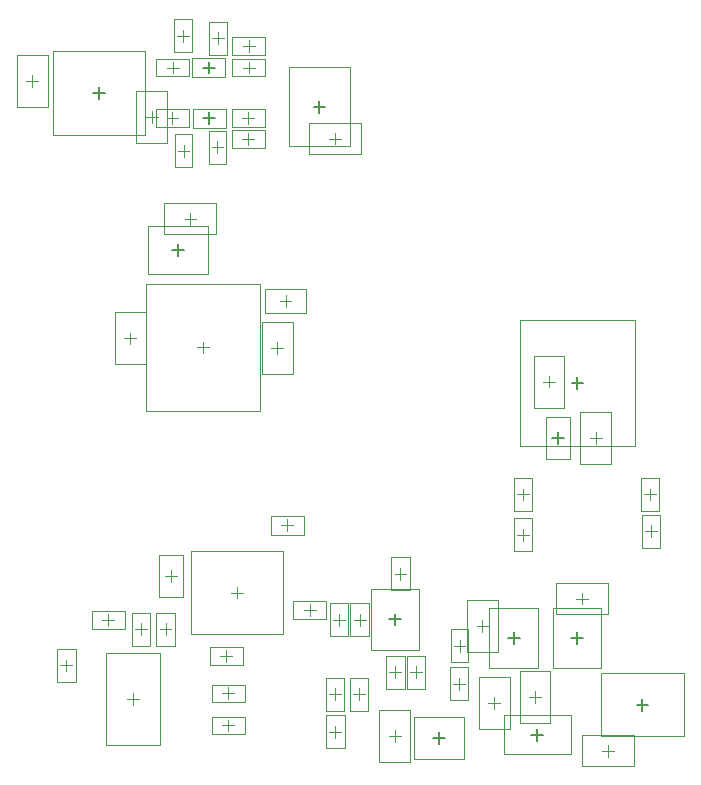
<source format=gbr>
%TF.GenerationSoftware,Altium Limited,Altium Designer,18.0.9 (584)*%
G04 Layer_Color=32768*
%FSLAX26Y26*%
%MOIN*%
%TF.FileFunction,Other,Mechanical_15*%
%TF.Part,Single*%
G01*
G75*
%TA.AperFunction,NonConductor*%
%ADD53C,0.005000*%
%ADD80C,0.003937*%
%ADD84C,0.001968*%
D53*
X1880316Y1875000D02*
X1919686D01*
X1900000Y1855314D02*
Y1894684D01*
X1482024Y875394D02*
X1521394D01*
X1501708Y855708D02*
Y895078D01*
X735110Y3090425D02*
Y3129795D01*
X715424Y3110111D02*
X754794D01*
X736110Y2921425D02*
Y2960795D01*
X716424Y2941111D02*
X755794D01*
X1355386Y1250882D02*
Y1290252D01*
X1335700Y1270568D02*
X1375070D01*
X1964134Y2039882D02*
Y2079252D01*
X1944448Y2059568D02*
X1983818D01*
X349448Y3024568D02*
X388818D01*
X369134Y3004882D02*
Y3044252D01*
X1104134Y2959882D02*
Y2999252D01*
X1084448Y2979568D02*
X1123818D01*
X1961788Y1188318D02*
Y1227688D01*
X1942102Y1208002D02*
X1981472D01*
X1751618Y1189882D02*
Y1229252D01*
X1731932Y1209568D02*
X1771302D01*
X2161158Y986614D02*
X2200528D01*
X2180842Y966930D02*
Y1006300D01*
X1810882Y886142D02*
X1850252D01*
X1830566Y866456D02*
Y905826D01*
X612426Y2502110D02*
X651796D01*
X632110Y2482426D02*
Y2521796D01*
D80*
X1647386Y1228882D02*
Y1268252D01*
X1627701Y1248567D02*
X1667071D01*
X2045425Y833110D02*
X2084795D01*
X2065110Y813425D02*
Y852795D01*
X1822110Y993425D02*
Y1032795D01*
X1802425Y1013110D02*
X1841795D01*
X1960677Y1340110D02*
X2000047D01*
X1980362Y1320425D02*
Y1359795D01*
X1687110Y973425D02*
Y1012795D01*
X1667425Y993110D02*
X1706795D01*
X1355110Y863425D02*
Y902795D01*
X1335425Y883110D02*
X1374795D01*
X473110Y2187425D02*
Y2226795D01*
X453425Y2207110D02*
X492795D01*
X963110Y2155425D02*
Y2194795D01*
X943425Y2175110D02*
X982795D01*
X654425Y2606110D02*
X693795D01*
X674110Y2586425D02*
Y2625795D01*
X147110Y3046220D02*
Y3085590D01*
X127425Y3065905D02*
X166795D01*
X545110Y2926425D02*
Y2965795D01*
X525425Y2946110D02*
X564795D01*
X2025000Y1855315D02*
Y1894685D01*
X2005315Y1875000D02*
X2044685D01*
X1869134Y2043882D02*
Y2083252D01*
X1849449Y2063567D02*
X1888819D01*
X1136449Y2873567D02*
X1175819D01*
X1156134Y2853882D02*
Y2893252D01*
X1571110Y1163425D02*
Y1202795D01*
X1551425Y1183110D02*
X1590795D01*
X1783110Y1533425D02*
Y1572795D01*
X1763425Y1553110D02*
X1802795D01*
X2208110Y1545425D02*
Y1584795D01*
X2188425Y1565110D02*
X2227795D01*
X2205110Y1667425D02*
Y1706795D01*
X2185425Y1687110D02*
X2224795D01*
X1783110Y1667425D02*
Y1706795D01*
X1763425Y1687110D02*
X1802795D01*
X1570362Y1035960D02*
Y1075330D01*
X1550677Y1055645D02*
X1590047D01*
X240425Y1117110D02*
X279795D01*
X260110Y1097425D02*
Y1136795D01*
X810426Y1360110D02*
X849796D01*
X830110Y1340426D02*
Y1379796D01*
X610110Y1395426D02*
Y1434796D01*
X590424Y1415110D02*
X629794D01*
X628425Y3216110D02*
X667795D01*
X648110Y3196425D02*
Y3235795D01*
X869110Y3090425D02*
Y3129795D01*
X849425Y3110110D02*
X888795D01*
X868110Y3161425D02*
Y3200795D01*
X848425Y3181110D02*
X887795D01*
X631425Y2832110D02*
X670795D01*
X651110Y2812425D02*
Y2851795D01*
X866110Y2851425D02*
Y2890795D01*
X846425Y2871110D02*
X885795D01*
X614110Y2921410D02*
Y2960780D01*
X594425Y2941095D02*
X633795D01*
X866110Y2921409D02*
Y2960780D01*
X846425Y2941095D02*
X885795D01*
X744425Y2844110D02*
X783795D01*
X764110Y2824425D02*
Y2863795D01*
X746425Y3208110D02*
X785795D01*
X766110Y3188425D02*
Y3227795D01*
X615110Y3090425D02*
Y3129795D01*
X595425Y3110110D02*
X634795D01*
X1148425Y1269110D02*
X1187795D01*
X1168110Y1249425D02*
Y1288795D01*
X1135425Y1021110D02*
X1174795D01*
X1155110Y1001425D02*
Y1040795D01*
X1072110Y1281425D02*
Y1320795D01*
X1052425Y1301110D02*
X1091795D01*
X1217425Y1021110D02*
X1256795D01*
X1237110Y1001425D02*
Y1040795D01*
X793110Y1128425D02*
Y1167795D01*
X773425Y1148110D02*
X812795D01*
X800110Y897425D02*
Y936795D01*
X780425Y917110D02*
X819795D01*
X1405425Y1095110D02*
X1444795D01*
X1425110Y1075425D02*
Y1114795D01*
X716110Y2157425D02*
Y2196795D01*
X696425Y2177110D02*
X735795D01*
X1218425Y1269110D02*
X1257795D01*
X1238110Y1249425D02*
Y1288795D01*
X997110Y1565425D02*
Y1604795D01*
X977425Y1585110D02*
X1016795D01*
X1336425Y1095110D02*
X1375795D01*
X1356110Y1075425D02*
Y1114795D01*
X1136425Y896110D02*
X1175795D01*
X1156110Y876425D02*
Y915795D01*
X1354425Y1423110D02*
X1393795D01*
X1374110Y1403425D02*
Y1442795D01*
X991110Y2311425D02*
Y2350795D01*
X971425Y2331110D02*
X1010795D01*
X800110Y1004425D02*
Y1043795D01*
X780425Y1024110D02*
X819795D01*
X483701Y985425D02*
Y1024795D01*
X464016Y1005110D02*
X503386D01*
X400110Y1249425D02*
Y1288795D01*
X380425Y1269110D02*
X419795D01*
X488425Y1238110D02*
X527795D01*
X508110Y1218425D02*
Y1257795D01*
X571425Y1238110D02*
X610795D01*
X591110Y1218425D02*
Y1257795D01*
D84*
X1596205Y1161953D02*
X1698567D01*
X1596205Y1335181D02*
X1698567D01*
X1596205Y1161953D02*
Y1335181D01*
X1698567Y1161953D02*
Y1335181D01*
X2151724Y781929D02*
Y884291D01*
X1978496Y781929D02*
Y884291D01*
Y781929D02*
X2151724D01*
X1978496Y884291D02*
X2151724D01*
X1770929Y1099724D02*
X1873291D01*
X1770929Y926496D02*
X1873291D01*
X1770929D02*
Y1099724D01*
X1873291Y926496D02*
Y1099724D01*
X2066977Y1288929D02*
Y1391291D01*
X1893748Y1288929D02*
Y1391291D01*
Y1288929D02*
X2066977D01*
X1893748Y1391291D02*
X2066977D01*
X1635929Y1079724D02*
X1738291D01*
X1635929Y906496D02*
X1738291D01*
Y1079724D01*
X1635929Y906496D02*
Y1079724D01*
X1303929Y969724D02*
X1406291D01*
X1303929Y796496D02*
X1406291D01*
Y969724D01*
X1303929Y796496D02*
Y969724D01*
X421929Y2120496D02*
X524291D01*
X421929Y2293724D02*
X524291D01*
X421929Y2120496D02*
Y2293724D01*
X524291Y2120496D02*
Y2293724D01*
X911929Y2261724D02*
X1014291D01*
X911929Y2088496D02*
X1014291D01*
Y2261724D01*
X911929Y2088496D02*
Y2261724D01*
X587496Y2554929D02*
Y2657291D01*
X760724Y2554929D02*
Y2657291D01*
X587496D02*
X760724D01*
X587496Y2554929D02*
X760724D01*
X95929Y3152520D02*
X198291D01*
X95929Y2979291D02*
X198291D01*
Y3152520D01*
X95929Y2979291D02*
Y3152520D01*
X493929Y2859496D02*
X596291D01*
X493929Y3032724D02*
X596291D01*
Y2859496D02*
Y3032724D01*
X493929Y2859496D02*
Y3032724D01*
X1973819Y1788386D02*
X2076181D01*
X1973819Y1961614D02*
X2076181D01*
Y1788386D02*
Y1961614D01*
X1973819Y1788386D02*
Y1961614D01*
X1817953Y1976953D02*
X1920315D01*
X1817953Y2150181D02*
X1920315D01*
Y1976953D02*
Y2150181D01*
X1817953Y1976953D02*
Y2150181D01*
X1069520Y2822386D02*
Y2924748D01*
X1242748Y2822386D02*
Y2924748D01*
X1069520Y2822386D02*
X1242748D01*
X1069520Y2924748D02*
X1242748D01*
X1541583Y1238228D02*
X1600638D01*
X1541583Y1127992D02*
X1600638D01*
Y1238228D01*
X1541583Y1127992D02*
Y1238228D01*
X1753583Y1497992D02*
X1812638D01*
X1753583Y1608228D02*
X1812638D01*
X1753583Y1497992D02*
Y1608228D01*
X1812638Y1497992D02*
Y1608228D01*
X2178583Y1509992D02*
X2237638D01*
X2178583Y1620228D02*
X2237638D01*
X2178583Y1509992D02*
Y1620228D01*
X2237638Y1509992D02*
Y1620228D01*
X2175583Y1631992D02*
X2234638D01*
X2175583Y1742228D02*
X2234638D01*
X2175583Y1631992D02*
Y1742228D01*
X2234638Y1631992D02*
Y1742228D01*
X1753583Y1631992D02*
X1812638D01*
X1753583Y1742228D02*
X1812638D01*
X1753583Y1631992D02*
Y1742228D01*
X1812638Y1631992D02*
Y1742228D01*
X1540835Y1110763D02*
X1599890D01*
X1540835Y1000527D02*
X1599890D01*
Y1110763D01*
X1540835Y1000527D02*
Y1110763D01*
X291606Y1061992D02*
Y1172228D01*
X228614Y1061992D02*
Y1172228D01*
Y1061992D02*
X291606D01*
X228614Y1172228D02*
X291606D01*
X676566Y1220346D02*
Y1499874D01*
X983654Y1220346D02*
Y1499874D01*
X676566D02*
X983654D01*
X676566Y1220346D02*
X983654D01*
X570740Y1346212D02*
X649480D01*
X570740Y1484008D02*
X649480D01*
X570740Y1346212D02*
Y1484008D01*
X649480Y1346212D02*
Y1484008D01*
X1939370Y1806102D02*
Y1943898D01*
X1860630Y1806102D02*
Y1943898D01*
Y1806102D02*
X1939370D01*
X1860630Y1943898D02*
X1939370D01*
X1419032Y806496D02*
Y944292D01*
X1584386Y806496D02*
Y944292D01*
X1419032D02*
X1584386D01*
X1419032Y806496D02*
X1584386D01*
X679992Y3141607D02*
X790228D01*
X679992Y3078613D02*
X790228D01*
X679992D02*
Y3141607D01*
X790228Y3078613D02*
Y3141607D01*
X680992Y2972607D02*
X791228D01*
X680992Y2909613D02*
X791228D01*
X680992D02*
Y2972607D01*
X791228Y2909613D02*
Y2972607D01*
X1274678Y1170174D02*
X1436094D01*
X1274678Y1370960D02*
X1436094D01*
X1274678Y1170174D02*
Y1370960D01*
X1436094Y1170174D02*
Y1370960D01*
X1773188Y2270196D02*
X2155078D01*
X1773188Y1848938D02*
X2155078D01*
X1773188D02*
Y2270196D01*
X2155078Y1848938D02*
Y2270196D01*
X215590Y2884804D02*
Y3164330D01*
X522678Y2884804D02*
Y3164330D01*
X215590D02*
X522678D01*
X215590Y2884804D02*
X522678D01*
X1001772Y3111456D02*
X1206496D01*
X1001772Y2847678D02*
X1206496D01*
Y3111456D01*
X1001772Y2847678D02*
Y3111456D01*
X1881078Y1107608D02*
X2042496D01*
X1881078Y1308396D02*
X2042496D01*
X1881078Y1107608D02*
Y1308396D01*
X2042496Y1107608D02*
Y1308396D01*
X1670908Y1109174D02*
X1832326D01*
X1670908Y1309960D02*
X1832326D01*
X1670908Y1109174D02*
Y1309960D01*
X1832326Y1109174D02*
Y1309960D01*
X2041078Y882284D02*
Y1090946D01*
X2320606Y882284D02*
Y1090946D01*
X2041078D02*
X2320606D01*
X2041078Y882284D02*
X2320606D01*
X1942772Y821182D02*
Y951102D01*
X1718362Y821182D02*
Y951102D01*
Y821182D02*
X1942772D01*
X1718362Y951102D02*
X1942772D01*
X531716Y2421402D02*
Y2582818D01*
X732504Y2421402D02*
Y2582818D01*
X531716D02*
X732504D01*
X531716Y2421402D02*
X732504D01*
X618583Y3160992D02*
Y3271228D01*
X677638Y3160992D02*
Y3271228D01*
X618583Y3160992D02*
X677638D01*
X618583Y3271228D02*
X677638D01*
X813992Y3139638D02*
X924228D01*
X813992Y3080583D02*
X924228D01*
X813992D02*
Y3139638D01*
X924228Y3080583D02*
Y3139638D01*
X812992Y3210638D02*
X923228D01*
X812992Y3151583D02*
X923228D01*
X812992D02*
Y3210638D01*
X923228Y3151583D02*
Y3210638D01*
X621583Y2776992D02*
Y2887228D01*
X680638Y2776992D02*
Y2887228D01*
X621583Y2776992D02*
X680638D01*
X621583Y2887228D02*
X680638D01*
X810992Y2900638D02*
X921228D01*
X810992Y2841583D02*
X921228D01*
X810992D02*
Y2900638D01*
X921228Y2841583D02*
Y2900638D01*
X558992Y2911567D02*
X669228D01*
X558992Y2970622D02*
X669228D01*
Y2911567D02*
Y2970622D01*
X558992Y2911567D02*
Y2970622D01*
X810992Y2970622D02*
X921228D01*
X810992Y2911567D02*
X921228D01*
X810992D02*
Y2970622D01*
X921228Y2911567D02*
Y2970622D01*
X793638Y2788992D02*
Y2899228D01*
X734583Y2788992D02*
Y2899228D01*
X793638D01*
X734583Y2788992D02*
X793638D01*
X736583Y3152992D02*
Y3263228D01*
X795638Y3152992D02*
Y3263228D01*
X736583Y3152992D02*
X795638D01*
X736583Y3263228D02*
X795638D01*
X559992Y3139638D02*
X670228D01*
X559992Y3080583D02*
X670228D01*
X559992D02*
Y3139638D01*
X670228Y3080583D02*
Y3139638D01*
X1197638Y1213992D02*
Y1324228D01*
X1138583Y1213992D02*
Y1324228D01*
X1197638D01*
X1138583Y1213992D02*
X1197638D01*
X1184638Y965992D02*
Y1076228D01*
X1125583Y965992D02*
Y1076228D01*
X1184638D01*
X1125583Y965992D02*
X1184638D01*
X1016992Y1330638D02*
X1127228D01*
X1016992Y1271583D02*
X1127228D01*
X1016992D02*
Y1330638D01*
X1127228Y1271583D02*
Y1330638D01*
X1266638Y965992D02*
Y1076228D01*
X1207583Y965992D02*
Y1076228D01*
X1266638D01*
X1207583Y965992D02*
X1266638D01*
X737992Y1118583D02*
X848228D01*
X737992Y1177638D02*
X848228D01*
Y1118583D02*
Y1177638D01*
X737992Y1118583D02*
Y1177638D01*
X744992Y887583D02*
X855228D01*
X744992Y946638D02*
X855228D01*
Y887583D02*
Y946638D01*
X744992Y887583D02*
Y946638D01*
X1454638Y1039992D02*
Y1150228D01*
X1395583Y1039992D02*
Y1150228D01*
X1454638D01*
X1395583Y1039992D02*
X1454638D01*
X525165Y1966480D02*
X907055D01*
X525165Y2387740D02*
X907055D01*
Y1966480D02*
Y2387740D01*
X525165Y1966480D02*
Y2387740D01*
X1206614Y1213992D02*
Y1324228D01*
X1269606Y1213992D02*
Y1324228D01*
X1206614Y1213992D02*
X1269606D01*
X1206614Y1324228D02*
X1269606D01*
X941992Y1616606D02*
X1052228D01*
X941992Y1553614D02*
X1052228D01*
X941992D02*
Y1616606D01*
X1052228Y1553614D02*
Y1616606D01*
X1324614Y1039992D02*
Y1150228D01*
X1387606Y1039992D02*
Y1150228D01*
X1324614Y1039992D02*
X1387606D01*
X1324614Y1150228D02*
X1387606D01*
X1187606Y840992D02*
Y951228D01*
X1124614Y840992D02*
Y951228D01*
X1187606D01*
X1124614Y840992D02*
X1187606D01*
X1342614Y1367992D02*
Y1478228D01*
X1405606Y1367992D02*
Y1478228D01*
X1342614D02*
X1405606D01*
X1342614Y1367992D02*
X1405606D01*
X922213Y2291740D02*
X1060008D01*
X922213Y2370480D02*
X1060008D01*
Y2291740D02*
Y2370480D01*
X922213Y2291740D02*
Y2370480D01*
X744992Y994583D02*
X855228D01*
X744992Y1053638D02*
X855228D01*
Y994583D02*
Y1053638D01*
X744992Y994583D02*
Y1053638D01*
X393150Y1157669D02*
X574252D01*
X393150Y852551D02*
X574252D01*
X393150D02*
Y1157669D01*
X574252Y852551D02*
Y1157669D01*
X344992Y1298638D02*
X455228D01*
X344992Y1239583D02*
X455228D01*
Y1298638D01*
X344992Y1239583D02*
Y1298638D01*
X478583Y1182992D02*
Y1293228D01*
X537638Y1182992D02*
Y1293228D01*
X478583D02*
X537638D01*
X478583Y1182992D02*
X537638D01*
X622606Y1182992D02*
Y1293228D01*
X559614Y1182992D02*
Y1293228D01*
Y1182992D02*
X622606D01*
X559614Y1293228D02*
X622606D01*
%TF.MD5,12b63d3918aa0ded154d10f575e686da*%
M02*

</source>
